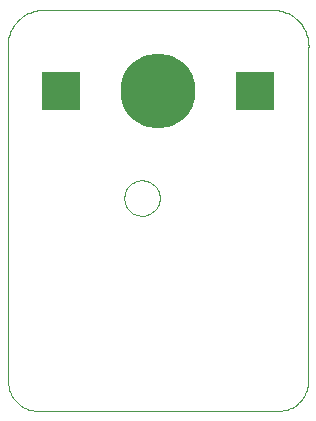
<source format=gbp>
G75*
%MOIN*%
%OFA0B0*%
%FSLAX24Y24*%
%IPPOS*%
%LPD*%
%AMOC8*
5,1,8,0,0,1.08239X$1,22.5*
%
%ADD10C,0.0000*%
%ADD11C,0.2500*%
%ADD12R,0.1260X0.1260*%
D10*
X001756Y001447D02*
X001756Y012403D01*
X001746Y012471D01*
X001741Y012539D01*
X001739Y012607D01*
X001741Y012675D01*
X001747Y012743D01*
X001757Y012811D01*
X001770Y012878D01*
X001788Y012944D01*
X001809Y013009D01*
X001833Y013072D01*
X001861Y013134D01*
X001893Y013195D01*
X001928Y013254D01*
X001966Y013310D01*
X002007Y013365D01*
X002051Y013417D01*
X002098Y013466D01*
X002148Y013513D01*
X002200Y013557D01*
X002255Y013598D01*
X002312Y013635D01*
X002371Y013670D01*
X002431Y013701D01*
X002494Y013729D01*
X002558Y013753D01*
X002623Y013773D01*
X002689Y013790D01*
X002756Y013803D01*
X010756Y013803D01*
X010823Y013790D01*
X010889Y013773D01*
X010954Y013753D01*
X011018Y013729D01*
X011081Y013701D01*
X011141Y013670D01*
X011200Y013635D01*
X011257Y013598D01*
X011312Y013557D01*
X011364Y013513D01*
X011414Y013466D01*
X011461Y013417D01*
X011505Y013365D01*
X011546Y013310D01*
X011584Y013254D01*
X011619Y013195D01*
X011651Y013134D01*
X011679Y013072D01*
X011703Y013009D01*
X011724Y012944D01*
X011742Y012878D01*
X011755Y012811D01*
X011765Y012743D01*
X011771Y012675D01*
X011773Y012607D01*
X011771Y012539D01*
X011766Y012471D01*
X011756Y012403D01*
X011756Y001447D01*
X011754Y001387D01*
X011749Y001326D01*
X011740Y001267D01*
X011727Y001208D01*
X011711Y001149D01*
X011691Y001092D01*
X011668Y001037D01*
X011641Y000982D01*
X011612Y000930D01*
X011579Y000879D01*
X011543Y000830D01*
X011505Y000784D01*
X011463Y000740D01*
X011419Y000698D01*
X011373Y000660D01*
X011324Y000624D01*
X011273Y000591D01*
X011221Y000562D01*
X011166Y000535D01*
X011111Y000512D01*
X011054Y000492D01*
X010995Y000476D01*
X010936Y000463D01*
X010877Y000454D01*
X010816Y000449D01*
X010756Y000447D01*
X002756Y000447D01*
X002696Y000449D01*
X002635Y000454D01*
X002576Y000463D01*
X002517Y000476D01*
X002458Y000492D01*
X002401Y000512D01*
X002346Y000535D01*
X002291Y000562D01*
X002239Y000591D01*
X002188Y000624D01*
X002139Y000660D01*
X002093Y000698D01*
X002049Y000740D01*
X002007Y000784D01*
X001969Y000830D01*
X001933Y000879D01*
X001900Y000930D01*
X001871Y000982D01*
X001844Y001037D01*
X001821Y001092D01*
X001801Y001149D01*
X001785Y001208D01*
X001772Y001267D01*
X001763Y001326D01*
X001758Y001387D01*
X001756Y001447D01*
X005630Y007544D02*
X005632Y007592D01*
X005638Y007640D01*
X005648Y007687D01*
X005661Y007733D01*
X005679Y007778D01*
X005699Y007822D01*
X005724Y007864D01*
X005752Y007903D01*
X005782Y007940D01*
X005816Y007974D01*
X005853Y008006D01*
X005891Y008035D01*
X005932Y008060D01*
X005975Y008082D01*
X006020Y008100D01*
X006066Y008114D01*
X006113Y008125D01*
X006161Y008132D01*
X006209Y008135D01*
X006257Y008134D01*
X006305Y008129D01*
X006353Y008120D01*
X006399Y008108D01*
X006444Y008091D01*
X006488Y008071D01*
X006530Y008048D01*
X006570Y008021D01*
X006608Y007991D01*
X006643Y007958D01*
X006675Y007922D01*
X006705Y007884D01*
X006731Y007843D01*
X006753Y007800D01*
X006773Y007756D01*
X006788Y007711D01*
X006800Y007664D01*
X006808Y007616D01*
X006812Y007568D01*
X006812Y007520D01*
X006808Y007472D01*
X006800Y007424D01*
X006788Y007377D01*
X006773Y007332D01*
X006753Y007288D01*
X006731Y007245D01*
X006705Y007204D01*
X006675Y007166D01*
X006643Y007130D01*
X006608Y007097D01*
X006570Y007067D01*
X006530Y007040D01*
X006488Y007017D01*
X006444Y006997D01*
X006399Y006980D01*
X006353Y006968D01*
X006305Y006959D01*
X006257Y006954D01*
X006209Y006953D01*
X006161Y006956D01*
X006113Y006963D01*
X006066Y006974D01*
X006020Y006988D01*
X005975Y007006D01*
X005932Y007028D01*
X005891Y007053D01*
X005853Y007082D01*
X005816Y007114D01*
X005782Y007148D01*
X005752Y007185D01*
X005724Y007224D01*
X005699Y007266D01*
X005679Y007310D01*
X005661Y007355D01*
X005648Y007401D01*
X005638Y007448D01*
X005632Y007496D01*
X005630Y007544D01*
D11*
X006756Y011097D03*
D12*
X003518Y011097D03*
X009994Y011097D03*
M02*

</source>
